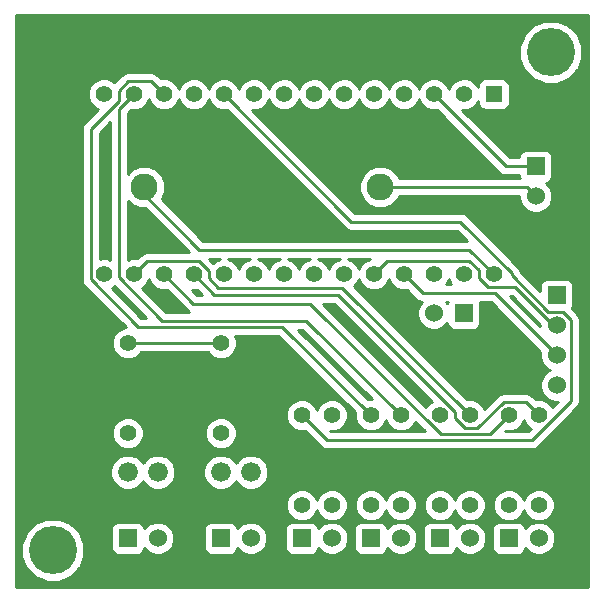
<source format=gtl>
G04 (created by PCBNEW (22-Jun-2014 BZR 4027)-stable) date fr. 16. jan. 2015 kl. 19.54 +0100*
%MOIN*%
G04 Gerber Fmt 3.4, Leading zero omitted, Abs format*
%FSLAX34Y34*%
G01*
G70*
G90*
G04 APERTURE LIST*
%ADD10C,0.00590551*%
%ADD11C,0.09*%
%ADD12R,0.055X0.055*%
%ADD13C,0.055*%
%ADD14R,0.06X0.06*%
%ADD15C,0.06*%
%ADD16C,0.16*%
%ADD17C,0.066*%
%ADD18C,0.01*%
G04 APERTURE END LIST*
G54D10*
G54D11*
X42944Y-37300D03*
X50818Y-37300D03*
G54D12*
X54600Y-34200D03*
G54D13*
X53600Y-34200D03*
X52600Y-34200D03*
X51600Y-34200D03*
X50600Y-34200D03*
X49600Y-34200D03*
X48600Y-34200D03*
X47600Y-34200D03*
X46600Y-34200D03*
X45600Y-34200D03*
X44600Y-34200D03*
X43600Y-34200D03*
X42600Y-34200D03*
X41600Y-34200D03*
X41600Y-40200D03*
X42600Y-40200D03*
X43600Y-40200D03*
X44600Y-40200D03*
X45600Y-40200D03*
X46600Y-40200D03*
X47600Y-40200D03*
X48600Y-40200D03*
X49600Y-40200D03*
X50600Y-40200D03*
X51600Y-40200D03*
X52600Y-40200D03*
X53600Y-40200D03*
X54600Y-40200D03*
X49200Y-44900D03*
X49200Y-47900D03*
X48200Y-44900D03*
X48200Y-47900D03*
G54D14*
X48200Y-49000D03*
G54D15*
X49200Y-49000D03*
G54D13*
X51500Y-44900D03*
X51500Y-47900D03*
X50500Y-44900D03*
X50500Y-47900D03*
G54D14*
X56000Y-36600D03*
G54D15*
X56000Y-37600D03*
G54D14*
X50500Y-49000D03*
G54D15*
X51500Y-49000D03*
G54D16*
X39900Y-49400D03*
G54D13*
X55100Y-44900D03*
X55100Y-47900D03*
X42400Y-42500D03*
X42400Y-45500D03*
X53800Y-44900D03*
X53800Y-47900D03*
X52800Y-44900D03*
X52800Y-47900D03*
G54D14*
X55100Y-49000D03*
G54D15*
X56100Y-49000D03*
G54D14*
X52800Y-49000D03*
G54D15*
X53800Y-49000D03*
G54D13*
X45500Y-42500D03*
X45500Y-45500D03*
X56100Y-44900D03*
X56100Y-47900D03*
G54D17*
X43400Y-46800D03*
X42400Y-46800D03*
X46500Y-46800D03*
X45500Y-46800D03*
G54D14*
X42400Y-49000D03*
G54D15*
X43400Y-49000D03*
G54D14*
X45500Y-49000D03*
G54D15*
X46500Y-49000D03*
G54D16*
X56500Y-32800D03*
G54D14*
X56700Y-40900D03*
G54D15*
X56700Y-41900D03*
X56700Y-42900D03*
X56700Y-43900D03*
G54D14*
X53600Y-41500D03*
G54D15*
X52600Y-41500D03*
G54D18*
X55000Y-36600D02*
X52600Y-34200D01*
X56000Y-36600D02*
X55000Y-36600D01*
X53787Y-39387D02*
X54600Y-40200D01*
X44787Y-39387D02*
X53787Y-39387D01*
X42700Y-37300D02*
X44787Y-39387D01*
X42400Y-42500D02*
X45500Y-42500D01*
X48343Y-41743D02*
X51500Y-44900D01*
X43533Y-41743D02*
X48343Y-41743D01*
X42099Y-40309D02*
X43533Y-41743D01*
X42099Y-34700D02*
X42099Y-40309D01*
X42600Y-34200D02*
X42099Y-34700D01*
X43171Y-33771D02*
X43600Y-34200D01*
X42412Y-33771D02*
X43171Y-33771D01*
X42100Y-34083D02*
X42412Y-33771D01*
X42100Y-34416D02*
X42100Y-34083D01*
X41157Y-35359D02*
X42100Y-34416D01*
X41157Y-40368D02*
X41157Y-35359D01*
X42733Y-41944D02*
X41157Y-40368D01*
X46644Y-41944D02*
X42733Y-41944D01*
X47544Y-41944D02*
X50500Y-44900D01*
X46644Y-41944D02*
X47544Y-41944D01*
X50818Y-37300D02*
X51700Y-37300D01*
X51700Y-37300D02*
X55700Y-37300D01*
X55700Y-37300D02*
X56000Y-37600D01*
X54457Y-45542D02*
X55100Y-44900D01*
X52836Y-45542D02*
X54457Y-45542D01*
X48484Y-41189D02*
X52836Y-45542D01*
X44589Y-41189D02*
X48484Y-41189D01*
X43600Y-40200D02*
X44589Y-41189D01*
X49850Y-38450D02*
X45600Y-34200D01*
X53486Y-38450D02*
X49850Y-38450D01*
X55199Y-40164D02*
X53486Y-38450D01*
X55199Y-40233D02*
X55199Y-40164D01*
X56415Y-41449D02*
X55199Y-40233D01*
X56893Y-41449D02*
X56415Y-41449D01*
X57175Y-41732D02*
X56893Y-41449D01*
X57175Y-44428D02*
X57175Y-41732D01*
X55861Y-45742D02*
X57175Y-44428D01*
X49042Y-45742D02*
X55861Y-45742D01*
X48200Y-44900D02*
X49042Y-45742D01*
X53800Y-44900D02*
X49544Y-40644D01*
X45417Y-40644D02*
X49544Y-40644D01*
X45100Y-40326D02*
X45417Y-40644D01*
X45100Y-40094D02*
X45100Y-40326D01*
X44768Y-39762D02*
X45100Y-40094D01*
X43037Y-39762D02*
X44768Y-39762D01*
X42600Y-40200D02*
X43037Y-39762D01*
X45289Y-40889D02*
X44600Y-40200D01*
X49396Y-40889D02*
X45289Y-40889D01*
X53300Y-44792D02*
X49396Y-40889D01*
X53300Y-45002D02*
X53300Y-44792D01*
X53639Y-45342D02*
X53300Y-45002D01*
X54050Y-45342D02*
X53639Y-45342D01*
X54926Y-44465D02*
X54050Y-45342D01*
X55665Y-44465D02*
X54926Y-44465D01*
X56100Y-44900D02*
X55665Y-44465D01*
X56582Y-41900D02*
X56700Y-41900D01*
X55314Y-40632D02*
X56582Y-41900D01*
X54412Y-40632D02*
X55314Y-40632D01*
X54100Y-40319D02*
X54412Y-40632D01*
X54100Y-40067D02*
X54100Y-40319D01*
X53786Y-39753D02*
X54100Y-40067D01*
X51046Y-39753D02*
X53786Y-39753D01*
X50600Y-40200D02*
X51046Y-39753D01*
X52232Y-40832D02*
X51600Y-40200D01*
X54632Y-40832D02*
X52232Y-40832D01*
X56700Y-42900D02*
X54632Y-40832D01*
G54D10*
G36*
X41799Y-39713D02*
X41787Y-39709D01*
X41704Y-39675D01*
X41689Y-39675D01*
X41675Y-39670D01*
X41585Y-39674D01*
X41496Y-39674D01*
X41482Y-39680D01*
X41467Y-39681D01*
X41457Y-39685D01*
X41457Y-35483D01*
X41799Y-35141D01*
X41799Y-39713D01*
X41799Y-39713D01*
G37*
G54D18*
X41799Y-39713D02*
X41787Y-39709D01*
X41704Y-39675D01*
X41689Y-39675D01*
X41675Y-39670D01*
X41585Y-39674D01*
X41496Y-39674D01*
X41482Y-39680D01*
X41467Y-39681D01*
X41457Y-39685D01*
X41457Y-35483D01*
X41799Y-35141D01*
X41799Y-39713D01*
G54D10*
G36*
X43009Y-41644D02*
X42856Y-41644D01*
X41872Y-40660D01*
X41874Y-40654D01*
X41897Y-40645D01*
X41954Y-40588D01*
X43009Y-41644D01*
X43009Y-41644D01*
G37*
G54D18*
X43009Y-41644D02*
X42856Y-41644D01*
X41872Y-40660D01*
X41874Y-40654D01*
X41897Y-40645D01*
X41954Y-40588D01*
X43009Y-41644D01*
G54D10*
G36*
X44438Y-39462D02*
X43037Y-39462D01*
X42922Y-39485D01*
X42825Y-39550D01*
X42700Y-39675D01*
X42496Y-39674D01*
X42399Y-39714D01*
X42399Y-37745D01*
X42547Y-37893D01*
X42804Y-37999D01*
X42975Y-38000D01*
X44438Y-39462D01*
X44438Y-39462D01*
G37*
G54D18*
X44438Y-39462D02*
X43037Y-39462D01*
X42922Y-39485D01*
X42825Y-39550D01*
X42700Y-39675D01*
X42496Y-39674D01*
X42399Y-39714D01*
X42399Y-37745D01*
X42547Y-37893D01*
X42804Y-37999D01*
X42975Y-38000D01*
X44438Y-39462D01*
G54D10*
G36*
X44440Y-41443D02*
X43658Y-41443D01*
X42870Y-40656D01*
X42897Y-40645D01*
X43044Y-40497D01*
X43100Y-40364D01*
X43154Y-40497D01*
X43302Y-40644D01*
X43495Y-40724D01*
X43700Y-40725D01*
X44377Y-41401D01*
X44377Y-41401D01*
X44440Y-41443D01*
X44440Y-41443D01*
G37*
G54D18*
X44440Y-41443D02*
X43658Y-41443D01*
X42870Y-40656D01*
X42897Y-40645D01*
X43044Y-40497D01*
X43100Y-40364D01*
X43154Y-40497D01*
X43302Y-40644D01*
X43495Y-40724D01*
X43700Y-40725D01*
X44377Y-41401D01*
X44377Y-41401D01*
X44440Y-41443D01*
G54D10*
G36*
X44865Y-40889D02*
X44713Y-40889D01*
X44549Y-40724D01*
X44700Y-40725D01*
X44865Y-40889D01*
X44865Y-40889D01*
G37*
G54D18*
X44865Y-40889D02*
X44713Y-40889D01*
X44549Y-40724D01*
X44700Y-40725D01*
X44865Y-40889D01*
G54D10*
G36*
X45464Y-39687D02*
X45303Y-39754D01*
X45243Y-39813D01*
X45117Y-39687D01*
X45464Y-39687D01*
X45464Y-39687D01*
G37*
G54D18*
X45464Y-39687D02*
X45303Y-39754D01*
X45243Y-39813D01*
X45117Y-39687D01*
X45464Y-39687D01*
G54D10*
G36*
X46464Y-39687D02*
X46303Y-39754D01*
X46155Y-39902D01*
X46099Y-40035D01*
X46045Y-39903D01*
X45897Y-39755D01*
X45735Y-39687D01*
X46464Y-39687D01*
X46464Y-39687D01*
G37*
G54D18*
X46464Y-39687D02*
X46303Y-39754D01*
X46155Y-39902D01*
X46099Y-40035D01*
X46045Y-39903D01*
X45897Y-39755D01*
X45735Y-39687D01*
X46464Y-39687D01*
G54D10*
G36*
X47464Y-39687D02*
X47303Y-39754D01*
X47155Y-39902D01*
X47099Y-40035D01*
X47045Y-39903D01*
X46897Y-39755D01*
X46735Y-39687D01*
X47464Y-39687D01*
X47464Y-39687D01*
G37*
G54D18*
X47464Y-39687D02*
X47303Y-39754D01*
X47155Y-39902D01*
X47099Y-40035D01*
X47045Y-39903D01*
X46897Y-39755D01*
X46735Y-39687D01*
X47464Y-39687D01*
G54D10*
G36*
X48464Y-39687D02*
X48303Y-39754D01*
X48155Y-39902D01*
X48099Y-40035D01*
X48045Y-39903D01*
X47897Y-39755D01*
X47735Y-39687D01*
X48464Y-39687D01*
X48464Y-39687D01*
G37*
G54D18*
X48464Y-39687D02*
X48303Y-39754D01*
X48155Y-39902D01*
X48099Y-40035D01*
X48045Y-39903D01*
X47897Y-39755D01*
X47735Y-39687D01*
X48464Y-39687D01*
G54D10*
G36*
X49464Y-39687D02*
X49303Y-39754D01*
X49155Y-39902D01*
X49099Y-40035D01*
X49045Y-39903D01*
X48897Y-39755D01*
X48735Y-39687D01*
X49464Y-39687D01*
X49464Y-39687D01*
G37*
G54D18*
X49464Y-39687D02*
X49303Y-39754D01*
X49155Y-39902D01*
X49099Y-40035D01*
X49045Y-39903D01*
X48897Y-39755D01*
X48735Y-39687D01*
X49464Y-39687D01*
G54D10*
G36*
X50464Y-39687D02*
X50303Y-39754D01*
X50155Y-39902D01*
X50099Y-40035D01*
X50045Y-39903D01*
X49897Y-39755D01*
X49735Y-39687D01*
X50464Y-39687D01*
X50464Y-39687D01*
G37*
G54D18*
X50464Y-39687D02*
X50303Y-39754D01*
X50155Y-39902D01*
X50099Y-40035D01*
X50045Y-39903D01*
X49897Y-39755D01*
X49735Y-39687D01*
X50464Y-39687D01*
G54D10*
G36*
X50550Y-44375D02*
X50399Y-44374D01*
X48068Y-42043D01*
X48219Y-42043D01*
X50550Y-44375D01*
X50550Y-44375D01*
G37*
G54D18*
X50550Y-44375D02*
X50399Y-44374D01*
X48068Y-42043D01*
X48219Y-42043D01*
X50550Y-44375D01*
G54D10*
G36*
X52527Y-44444D02*
X52503Y-44454D01*
X52355Y-44602D01*
X52345Y-44626D01*
X48908Y-41189D01*
X49272Y-41189D01*
X52527Y-44444D01*
X52527Y-44444D01*
G37*
G54D18*
X52527Y-44444D02*
X52503Y-44454D01*
X52355Y-44602D01*
X52345Y-44626D01*
X48908Y-41189D01*
X49272Y-41189D01*
X52527Y-44444D01*
G54D10*
G36*
X53057Y-41132D02*
X53050Y-41150D01*
X53050Y-41172D01*
X53010Y-41132D01*
X53057Y-41132D01*
X53057Y-41132D01*
G37*
G54D18*
X53057Y-41132D02*
X53050Y-41150D01*
X53050Y-41172D01*
X53010Y-41132D01*
X53057Y-41132D01*
G54D10*
G36*
X53189Y-40532D02*
X53010Y-40532D01*
X53044Y-40497D01*
X53100Y-40364D01*
X53154Y-40497D01*
X53189Y-40532D01*
X53189Y-40532D01*
G37*
G54D18*
X53189Y-40532D02*
X53010Y-40532D01*
X53044Y-40497D01*
X53100Y-40364D01*
X53154Y-40497D01*
X53189Y-40532D01*
G54D10*
G36*
X53699Y-39087D02*
X44912Y-39087D01*
X43529Y-37704D01*
X43537Y-37697D01*
X43643Y-37439D01*
X43644Y-37161D01*
X43537Y-36904D01*
X43341Y-36706D01*
X43083Y-36600D01*
X42805Y-36599D01*
X42548Y-36706D01*
X42399Y-36854D01*
X42399Y-34824D01*
X42499Y-34724D01*
X42703Y-34725D01*
X42897Y-34645D01*
X43044Y-34497D01*
X43100Y-34364D01*
X43154Y-34497D01*
X43302Y-34644D01*
X43495Y-34724D01*
X43703Y-34725D01*
X43897Y-34645D01*
X44044Y-34497D01*
X44100Y-34364D01*
X44154Y-34497D01*
X44302Y-34644D01*
X44495Y-34724D01*
X44703Y-34725D01*
X44897Y-34645D01*
X45044Y-34497D01*
X45100Y-34364D01*
X45154Y-34497D01*
X45302Y-34644D01*
X45495Y-34724D01*
X45700Y-34725D01*
X49638Y-38662D01*
X49638Y-38662D01*
X49735Y-38727D01*
X49850Y-38750D01*
X49850Y-38750D01*
X53362Y-38750D01*
X53699Y-39087D01*
X53699Y-39087D01*
G37*
G54D18*
X53699Y-39087D02*
X44912Y-39087D01*
X43529Y-37704D01*
X43537Y-37697D01*
X43643Y-37439D01*
X43644Y-37161D01*
X43537Y-36904D01*
X43341Y-36706D01*
X43083Y-36600D01*
X42805Y-36599D01*
X42548Y-36706D01*
X42399Y-36854D01*
X42399Y-34824D01*
X42499Y-34724D01*
X42703Y-34725D01*
X42897Y-34645D01*
X43044Y-34497D01*
X43100Y-34364D01*
X43154Y-34497D01*
X43302Y-34644D01*
X43495Y-34724D01*
X43703Y-34725D01*
X43897Y-34645D01*
X44044Y-34497D01*
X44100Y-34364D01*
X44154Y-34497D01*
X44302Y-34644D01*
X44495Y-34724D01*
X44703Y-34725D01*
X44897Y-34645D01*
X45044Y-34497D01*
X45100Y-34364D01*
X45154Y-34497D01*
X45302Y-34644D01*
X45495Y-34724D01*
X45700Y-34725D01*
X49638Y-38662D01*
X49638Y-38662D01*
X49735Y-38727D01*
X49850Y-38750D01*
X49850Y-38750D01*
X53362Y-38750D01*
X53699Y-39087D01*
G54D10*
G36*
X55825Y-45354D02*
X55737Y-45442D01*
X54982Y-45442D01*
X54999Y-45424D01*
X55203Y-45425D01*
X55397Y-45345D01*
X55544Y-45197D01*
X55600Y-45064D01*
X55654Y-45197D01*
X55802Y-45344D01*
X55825Y-45354D01*
X55825Y-45354D01*
G37*
G54D18*
X55825Y-45354D02*
X55737Y-45442D01*
X54982Y-45442D01*
X54999Y-45424D01*
X55203Y-45425D01*
X55397Y-45345D01*
X55544Y-45197D01*
X55600Y-45064D01*
X55654Y-45197D01*
X55802Y-45344D01*
X55825Y-45354D01*
G54D10*
G36*
X56150Y-41891D02*
X56149Y-41925D01*
X55156Y-40932D01*
X55190Y-40932D01*
X56150Y-41891D01*
X56150Y-41891D01*
G37*
G54D18*
X56150Y-41891D02*
X56149Y-41925D01*
X55156Y-40932D01*
X55190Y-40932D01*
X56150Y-41891D01*
G54D10*
G36*
X56729Y-44450D02*
X56554Y-44625D01*
X56545Y-44603D01*
X56397Y-44455D01*
X56204Y-44375D01*
X55999Y-44374D01*
X55877Y-44253D01*
X55780Y-44188D01*
X55665Y-44165D01*
X54926Y-44165D01*
X54812Y-44188D01*
X54714Y-44253D01*
X54280Y-44687D01*
X54245Y-44603D01*
X54097Y-44455D01*
X53904Y-44375D01*
X53699Y-44374D01*
X49933Y-40609D01*
X50044Y-40497D01*
X50100Y-40364D01*
X50154Y-40497D01*
X50302Y-40644D01*
X50495Y-40724D01*
X50703Y-40725D01*
X50897Y-40645D01*
X51044Y-40497D01*
X51100Y-40364D01*
X51154Y-40497D01*
X51302Y-40644D01*
X51495Y-40724D01*
X51700Y-40725D01*
X52020Y-41044D01*
X52020Y-41044D01*
X52117Y-41109D01*
X52196Y-41125D01*
X52134Y-41188D01*
X52050Y-41390D01*
X52049Y-41608D01*
X52133Y-41811D01*
X52288Y-41965D01*
X52490Y-42049D01*
X52708Y-42050D01*
X52911Y-41966D01*
X53049Y-41827D01*
X53049Y-41849D01*
X53087Y-41941D01*
X53158Y-42011D01*
X53250Y-42049D01*
X53349Y-42050D01*
X53949Y-42050D01*
X54041Y-42012D01*
X54111Y-41941D01*
X54149Y-41849D01*
X54150Y-41750D01*
X54150Y-41150D01*
X54142Y-41132D01*
X54508Y-41132D01*
X56154Y-42778D01*
X56150Y-42790D01*
X56149Y-43008D01*
X56233Y-43211D01*
X56388Y-43365D01*
X56469Y-43399D01*
X56388Y-43433D01*
X56234Y-43588D01*
X56150Y-43790D01*
X56149Y-44008D01*
X56233Y-44211D01*
X56388Y-44365D01*
X56590Y-44449D01*
X56729Y-44450D01*
X56729Y-44450D01*
G37*
G54D18*
X56729Y-44450D02*
X56554Y-44625D01*
X56545Y-44603D01*
X56397Y-44455D01*
X56204Y-44375D01*
X55999Y-44374D01*
X55877Y-44253D01*
X55780Y-44188D01*
X55665Y-44165D01*
X54926Y-44165D01*
X54812Y-44188D01*
X54714Y-44253D01*
X54280Y-44687D01*
X54245Y-44603D01*
X54097Y-44455D01*
X53904Y-44375D01*
X53699Y-44374D01*
X49933Y-40609D01*
X50044Y-40497D01*
X50100Y-40364D01*
X50154Y-40497D01*
X50302Y-40644D01*
X50495Y-40724D01*
X50703Y-40725D01*
X50897Y-40645D01*
X51044Y-40497D01*
X51100Y-40364D01*
X51154Y-40497D01*
X51302Y-40644D01*
X51495Y-40724D01*
X51700Y-40725D01*
X52020Y-41044D01*
X52020Y-41044D01*
X52117Y-41109D01*
X52196Y-41125D01*
X52134Y-41188D01*
X52050Y-41390D01*
X52049Y-41608D01*
X52133Y-41811D01*
X52288Y-41965D01*
X52490Y-42049D01*
X52708Y-42050D01*
X52911Y-41966D01*
X53049Y-41827D01*
X53049Y-41849D01*
X53087Y-41941D01*
X53158Y-42011D01*
X53250Y-42049D01*
X53349Y-42050D01*
X53949Y-42050D01*
X54041Y-42012D01*
X54111Y-41941D01*
X54149Y-41849D01*
X54150Y-41750D01*
X54150Y-41150D01*
X54142Y-41132D01*
X54508Y-41132D01*
X56154Y-42778D01*
X56150Y-42790D01*
X56149Y-43008D01*
X56233Y-43211D01*
X56388Y-43365D01*
X56469Y-43399D01*
X56388Y-43433D01*
X56234Y-43588D01*
X56150Y-43790D01*
X56149Y-44008D01*
X56233Y-44211D01*
X56388Y-44365D01*
X56590Y-44449D01*
X56729Y-44450D01*
G54D10*
G36*
X57730Y-50630D02*
X57551Y-50630D01*
X57551Y-33001D01*
X57550Y-32796D01*
X57550Y-32592D01*
X57548Y-32587D01*
X57548Y-32583D01*
X57394Y-32211D01*
X57392Y-32210D01*
X57390Y-32206D01*
X57095Y-31910D01*
X57089Y-31907D01*
X57088Y-31905D01*
X56898Y-31828D01*
X56709Y-31750D01*
X56705Y-31750D01*
X56701Y-31748D01*
X56496Y-31749D01*
X56292Y-31749D01*
X56287Y-31751D01*
X56283Y-31751D01*
X55911Y-31905D01*
X55910Y-31907D01*
X55906Y-31909D01*
X55610Y-32204D01*
X55607Y-32210D01*
X55605Y-32211D01*
X55528Y-32401D01*
X55450Y-32590D01*
X55450Y-32594D01*
X55448Y-32598D01*
X55449Y-32803D01*
X55449Y-33007D01*
X55451Y-33012D01*
X55451Y-33016D01*
X55605Y-33388D01*
X55607Y-33389D01*
X55609Y-33394D01*
X55904Y-33689D01*
X55910Y-33692D01*
X55911Y-33694D01*
X56101Y-33771D01*
X56290Y-33849D01*
X56294Y-33849D01*
X56298Y-33851D01*
X56503Y-33850D01*
X56707Y-33850D01*
X56712Y-33848D01*
X56716Y-33848D01*
X57088Y-33694D01*
X57089Y-33692D01*
X57094Y-33690D01*
X57389Y-33395D01*
X57392Y-33389D01*
X57394Y-33388D01*
X57471Y-33198D01*
X57549Y-33009D01*
X57549Y-33005D01*
X57551Y-33001D01*
X57551Y-50630D01*
X57475Y-50630D01*
X57475Y-44428D01*
X57475Y-41732D01*
X57452Y-41617D01*
X57387Y-41520D01*
X57387Y-41520D01*
X57210Y-41342D01*
X57211Y-41341D01*
X57249Y-41249D01*
X57250Y-41150D01*
X57250Y-40550D01*
X57212Y-40458D01*
X57141Y-40388D01*
X57049Y-40350D01*
X56950Y-40349D01*
X56350Y-40349D01*
X56258Y-40387D01*
X56188Y-40458D01*
X56150Y-40550D01*
X56149Y-40649D01*
X56149Y-40759D01*
X55486Y-40096D01*
X55476Y-40049D01*
X55476Y-40049D01*
X55411Y-39951D01*
X53698Y-38238D01*
X53601Y-38173D01*
X53486Y-38150D01*
X49974Y-38150D01*
X46549Y-34724D01*
X46703Y-34725D01*
X46897Y-34645D01*
X47044Y-34497D01*
X47097Y-34371D01*
X47139Y-34472D01*
X47145Y-34474D01*
X47154Y-34497D01*
X47302Y-34644D01*
X47325Y-34654D01*
X47327Y-34660D01*
X47412Y-34690D01*
X47495Y-34724D01*
X47510Y-34724D01*
X47524Y-34729D01*
X47614Y-34725D01*
X47703Y-34725D01*
X47717Y-34719D01*
X47732Y-34718D01*
X47872Y-34660D01*
X47874Y-34654D01*
X47897Y-34645D01*
X48044Y-34497D01*
X48054Y-34474D01*
X48060Y-34472D01*
X48090Y-34387D01*
X48097Y-34371D01*
X48139Y-34472D01*
X48145Y-34474D01*
X48154Y-34497D01*
X48302Y-34644D01*
X48325Y-34654D01*
X48327Y-34660D01*
X48412Y-34690D01*
X48495Y-34724D01*
X48510Y-34724D01*
X48524Y-34729D01*
X48614Y-34725D01*
X48703Y-34725D01*
X48717Y-34719D01*
X48732Y-34718D01*
X48872Y-34660D01*
X48874Y-34654D01*
X48897Y-34645D01*
X49044Y-34497D01*
X49054Y-34474D01*
X49060Y-34472D01*
X49090Y-34387D01*
X49097Y-34371D01*
X49139Y-34472D01*
X49145Y-34474D01*
X49154Y-34497D01*
X49302Y-34644D01*
X49325Y-34654D01*
X49327Y-34660D01*
X49412Y-34690D01*
X49495Y-34724D01*
X49510Y-34724D01*
X49524Y-34729D01*
X49614Y-34725D01*
X49703Y-34725D01*
X49717Y-34719D01*
X49732Y-34718D01*
X49872Y-34660D01*
X49874Y-34654D01*
X49897Y-34645D01*
X50044Y-34497D01*
X50054Y-34474D01*
X50060Y-34472D01*
X50090Y-34387D01*
X50097Y-34371D01*
X50139Y-34472D01*
X50145Y-34474D01*
X50154Y-34497D01*
X50302Y-34644D01*
X50325Y-34654D01*
X50327Y-34660D01*
X50412Y-34690D01*
X50495Y-34724D01*
X50510Y-34724D01*
X50524Y-34729D01*
X50614Y-34725D01*
X50703Y-34725D01*
X50717Y-34719D01*
X50732Y-34718D01*
X50872Y-34660D01*
X50874Y-34654D01*
X50897Y-34645D01*
X51044Y-34497D01*
X51054Y-34474D01*
X51060Y-34472D01*
X51090Y-34387D01*
X51097Y-34371D01*
X51139Y-34472D01*
X51145Y-34474D01*
X51154Y-34497D01*
X51302Y-34644D01*
X51325Y-34654D01*
X51327Y-34660D01*
X51412Y-34690D01*
X51495Y-34724D01*
X51510Y-34724D01*
X51524Y-34729D01*
X51614Y-34725D01*
X51703Y-34725D01*
X51717Y-34719D01*
X51732Y-34718D01*
X51872Y-34660D01*
X51874Y-34654D01*
X51897Y-34645D01*
X52044Y-34497D01*
X52054Y-34474D01*
X52060Y-34472D01*
X52090Y-34387D01*
X52100Y-34364D01*
X52154Y-34497D01*
X52302Y-34644D01*
X52495Y-34724D01*
X52700Y-34725D01*
X54787Y-36812D01*
X54787Y-36812D01*
X54885Y-36877D01*
X54999Y-36899D01*
X55000Y-36900D01*
X55449Y-36900D01*
X55449Y-36949D01*
X55470Y-37000D01*
X51700Y-37000D01*
X51451Y-37000D01*
X51411Y-36904D01*
X51215Y-36706D01*
X50957Y-36600D01*
X50679Y-36599D01*
X50422Y-36706D01*
X50225Y-36902D01*
X50118Y-37160D01*
X50117Y-37438D01*
X50224Y-37696D01*
X50421Y-37893D01*
X50678Y-37999D01*
X50956Y-38000D01*
X51214Y-37893D01*
X51411Y-37697D01*
X51451Y-37600D01*
X51700Y-37600D01*
X55450Y-37600D01*
X55449Y-37708D01*
X55533Y-37911D01*
X55688Y-38065D01*
X55890Y-38149D01*
X56108Y-38150D01*
X56311Y-38066D01*
X56465Y-37911D01*
X56549Y-37709D01*
X56550Y-37491D01*
X56466Y-37288D01*
X56327Y-37150D01*
X56349Y-37150D01*
X56441Y-37112D01*
X56511Y-37041D01*
X56549Y-36949D01*
X56550Y-36850D01*
X56550Y-36250D01*
X56512Y-36158D01*
X56441Y-36088D01*
X56349Y-36050D01*
X56250Y-36049D01*
X55650Y-36049D01*
X55558Y-36087D01*
X55488Y-36158D01*
X55450Y-36250D01*
X55450Y-36300D01*
X55124Y-36300D01*
X53552Y-34728D01*
X53614Y-34725D01*
X53703Y-34725D01*
X53717Y-34719D01*
X53732Y-34718D01*
X53872Y-34660D01*
X53874Y-34654D01*
X53897Y-34645D01*
X54044Y-34497D01*
X54054Y-34474D01*
X54060Y-34472D01*
X54074Y-34431D01*
X54074Y-34524D01*
X54075Y-34524D01*
X54075Y-34524D01*
X54094Y-34570D01*
X54112Y-34616D01*
X54113Y-34616D01*
X54113Y-34616D01*
X54148Y-34651D01*
X54183Y-34686D01*
X54183Y-34686D01*
X54183Y-34687D01*
X54229Y-34705D01*
X54275Y-34724D01*
X54275Y-34724D01*
X54275Y-34725D01*
X54355Y-34725D01*
X54374Y-34725D01*
X54924Y-34725D01*
X55016Y-34687D01*
X55086Y-34616D01*
X55124Y-34524D01*
X55125Y-34425D01*
X55125Y-33974D01*
X55125Y-33875D01*
X55124Y-33875D01*
X55124Y-33875D01*
X55105Y-33829D01*
X55087Y-33783D01*
X55086Y-33783D01*
X55086Y-33783D01*
X55051Y-33748D01*
X55016Y-33713D01*
X55016Y-33713D01*
X55016Y-33712D01*
X54970Y-33694D01*
X54924Y-33675D01*
X54924Y-33675D01*
X54924Y-33674D01*
X54844Y-33674D01*
X54825Y-33674D01*
X54275Y-33674D01*
X54183Y-33712D01*
X54113Y-33783D01*
X54075Y-33875D01*
X54074Y-33962D01*
X54060Y-33927D01*
X54054Y-33925D01*
X54045Y-33903D01*
X53897Y-33755D01*
X53874Y-33745D01*
X53872Y-33739D01*
X53787Y-33709D01*
X53704Y-33675D01*
X53689Y-33675D01*
X53675Y-33670D01*
X53585Y-33674D01*
X53496Y-33674D01*
X53482Y-33680D01*
X53467Y-33681D01*
X53327Y-33739D01*
X53325Y-33745D01*
X53303Y-33754D01*
X53155Y-33902D01*
X53145Y-33925D01*
X53139Y-33927D01*
X53109Y-34012D01*
X53099Y-34035D01*
X53045Y-33903D01*
X52897Y-33755D01*
X52704Y-33675D01*
X52496Y-33674D01*
X52303Y-33754D01*
X52155Y-33902D01*
X52102Y-34028D01*
X52060Y-33927D01*
X52054Y-33925D01*
X52045Y-33903D01*
X51897Y-33755D01*
X51874Y-33745D01*
X51872Y-33739D01*
X51787Y-33709D01*
X51704Y-33675D01*
X51689Y-33675D01*
X51675Y-33670D01*
X51585Y-33674D01*
X51496Y-33674D01*
X51482Y-33680D01*
X51467Y-33681D01*
X51327Y-33739D01*
X51325Y-33745D01*
X51303Y-33754D01*
X51155Y-33902D01*
X51145Y-33925D01*
X51139Y-33927D01*
X51109Y-34012D01*
X51102Y-34028D01*
X51060Y-33927D01*
X51054Y-33925D01*
X51045Y-33903D01*
X50897Y-33755D01*
X50874Y-33745D01*
X50872Y-33739D01*
X50787Y-33709D01*
X50704Y-33675D01*
X50689Y-33675D01*
X50675Y-33670D01*
X50585Y-33674D01*
X50496Y-33674D01*
X50482Y-33680D01*
X50467Y-33681D01*
X50327Y-33739D01*
X50325Y-33745D01*
X50303Y-33754D01*
X50155Y-33902D01*
X50145Y-33925D01*
X50139Y-33927D01*
X50109Y-34012D01*
X50102Y-34028D01*
X50060Y-33927D01*
X50054Y-33925D01*
X50045Y-33903D01*
X49897Y-33755D01*
X49874Y-33745D01*
X49872Y-33739D01*
X49787Y-33709D01*
X49704Y-33675D01*
X49689Y-33675D01*
X49675Y-33670D01*
X49585Y-33674D01*
X49496Y-33674D01*
X49482Y-33680D01*
X49467Y-33681D01*
X49327Y-33739D01*
X49325Y-33745D01*
X49303Y-33754D01*
X49155Y-33902D01*
X49145Y-33925D01*
X49139Y-33927D01*
X49109Y-34012D01*
X49102Y-34028D01*
X49060Y-33927D01*
X49054Y-33925D01*
X49045Y-33903D01*
X48897Y-33755D01*
X48874Y-33745D01*
X48872Y-33739D01*
X48787Y-33709D01*
X48704Y-33675D01*
X48689Y-33675D01*
X48675Y-33670D01*
X48585Y-33674D01*
X48496Y-33674D01*
X48482Y-33680D01*
X48467Y-33681D01*
X48327Y-33739D01*
X48325Y-33745D01*
X48303Y-33754D01*
X48155Y-33902D01*
X48145Y-33925D01*
X48139Y-33927D01*
X48109Y-34012D01*
X48102Y-34028D01*
X48060Y-33927D01*
X48054Y-33925D01*
X48045Y-33903D01*
X47897Y-33755D01*
X47874Y-33745D01*
X47872Y-33739D01*
X47787Y-33709D01*
X47704Y-33675D01*
X47689Y-33675D01*
X47675Y-33670D01*
X47585Y-33674D01*
X47496Y-33674D01*
X47482Y-33680D01*
X47467Y-33681D01*
X47327Y-33739D01*
X47325Y-33745D01*
X47303Y-33754D01*
X47155Y-33902D01*
X47145Y-33925D01*
X47139Y-33927D01*
X47109Y-34012D01*
X47099Y-34035D01*
X47045Y-33903D01*
X46897Y-33755D01*
X46704Y-33675D01*
X46496Y-33674D01*
X46303Y-33754D01*
X46155Y-33902D01*
X46099Y-34035D01*
X46045Y-33903D01*
X45897Y-33755D01*
X45704Y-33675D01*
X45496Y-33674D01*
X45303Y-33754D01*
X45155Y-33902D01*
X45099Y-34035D01*
X45045Y-33903D01*
X44897Y-33755D01*
X44704Y-33675D01*
X44496Y-33674D01*
X44303Y-33754D01*
X44155Y-33902D01*
X44099Y-34035D01*
X44045Y-33903D01*
X43897Y-33755D01*
X43704Y-33675D01*
X43499Y-33674D01*
X43383Y-33559D01*
X43286Y-33493D01*
X43171Y-33471D01*
X42412Y-33471D01*
X42412Y-33471D01*
X42297Y-33493D01*
X42200Y-33558D01*
X41950Y-33808D01*
X41897Y-33755D01*
X41704Y-33675D01*
X41496Y-33674D01*
X41303Y-33754D01*
X41155Y-33902D01*
X41075Y-34095D01*
X41074Y-34303D01*
X41154Y-34497D01*
X41302Y-34644D01*
X41405Y-34687D01*
X40945Y-35147D01*
X40880Y-35244D01*
X40857Y-35359D01*
X40857Y-40368D01*
X40880Y-40483D01*
X40945Y-40581D01*
X42339Y-41974D01*
X42296Y-41974D01*
X42103Y-42054D01*
X41955Y-42202D01*
X41875Y-42395D01*
X41874Y-42603D01*
X41954Y-42797D01*
X42102Y-42944D01*
X42295Y-43024D01*
X42503Y-43025D01*
X42697Y-42945D01*
X42842Y-42800D01*
X45057Y-42800D01*
X45202Y-42944D01*
X45395Y-43024D01*
X45603Y-43025D01*
X45797Y-42945D01*
X45944Y-42797D01*
X46024Y-42604D01*
X46025Y-42396D01*
X45962Y-42244D01*
X46644Y-42244D01*
X47419Y-42244D01*
X49975Y-44799D01*
X49974Y-45003D01*
X50054Y-45197D01*
X50202Y-45344D01*
X50395Y-45424D01*
X50603Y-45425D01*
X50797Y-45345D01*
X50944Y-45197D01*
X51000Y-45064D01*
X51054Y-45197D01*
X51202Y-45344D01*
X51395Y-45424D01*
X51603Y-45425D01*
X51797Y-45345D01*
X51944Y-45197D01*
X51981Y-45110D01*
X52312Y-45442D01*
X49166Y-45442D01*
X49149Y-45424D01*
X49303Y-45425D01*
X49497Y-45345D01*
X49644Y-45197D01*
X49724Y-45004D01*
X49725Y-44796D01*
X49645Y-44603D01*
X49497Y-44455D01*
X49304Y-44375D01*
X49096Y-44374D01*
X48903Y-44454D01*
X48755Y-44602D01*
X48699Y-44735D01*
X48645Y-44603D01*
X48497Y-44455D01*
X48304Y-44375D01*
X48096Y-44374D01*
X47903Y-44454D01*
X47755Y-44602D01*
X47675Y-44795D01*
X47674Y-45003D01*
X47754Y-45197D01*
X47902Y-45344D01*
X48095Y-45424D01*
X48300Y-45425D01*
X48830Y-45954D01*
X48927Y-46019D01*
X49042Y-46042D01*
X55861Y-46042D01*
X55861Y-46042D01*
X55976Y-46019D01*
X55976Y-46019D01*
X56073Y-45954D01*
X57387Y-44640D01*
X57452Y-44542D01*
X57452Y-44542D01*
X57475Y-44428D01*
X57475Y-44428D01*
X57475Y-50630D01*
X56650Y-50630D01*
X56650Y-48891D01*
X56625Y-48830D01*
X56625Y-47796D01*
X56545Y-47603D01*
X56397Y-47455D01*
X56204Y-47375D01*
X55996Y-47374D01*
X55803Y-47454D01*
X55655Y-47602D01*
X55599Y-47735D01*
X55545Y-47603D01*
X55397Y-47455D01*
X55204Y-47375D01*
X54996Y-47374D01*
X54803Y-47454D01*
X54655Y-47602D01*
X54575Y-47795D01*
X54574Y-48003D01*
X54654Y-48197D01*
X54802Y-48344D01*
X54995Y-48424D01*
X55203Y-48425D01*
X55397Y-48345D01*
X55544Y-48197D01*
X55600Y-48064D01*
X55654Y-48197D01*
X55802Y-48344D01*
X55995Y-48424D01*
X56203Y-48425D01*
X56397Y-48345D01*
X56544Y-48197D01*
X56624Y-48004D01*
X56625Y-47796D01*
X56625Y-48830D01*
X56566Y-48688D01*
X56411Y-48534D01*
X56209Y-48450D01*
X55991Y-48449D01*
X55788Y-48533D01*
X55650Y-48672D01*
X55650Y-48650D01*
X55612Y-48558D01*
X55541Y-48488D01*
X55449Y-48450D01*
X55350Y-48449D01*
X54750Y-48449D01*
X54658Y-48487D01*
X54588Y-48558D01*
X54550Y-48650D01*
X54549Y-48749D01*
X54549Y-49349D01*
X54587Y-49441D01*
X54658Y-49511D01*
X54750Y-49549D01*
X54849Y-49550D01*
X55449Y-49550D01*
X55541Y-49512D01*
X55611Y-49441D01*
X55649Y-49349D01*
X55649Y-49327D01*
X55788Y-49465D01*
X55990Y-49549D01*
X56208Y-49550D01*
X56411Y-49466D01*
X56565Y-49311D01*
X56649Y-49109D01*
X56650Y-48891D01*
X56650Y-50630D01*
X54350Y-50630D01*
X54350Y-48891D01*
X54325Y-48830D01*
X54325Y-47796D01*
X54245Y-47603D01*
X54097Y-47455D01*
X53904Y-47375D01*
X53696Y-47374D01*
X53503Y-47454D01*
X53355Y-47602D01*
X53299Y-47735D01*
X53245Y-47603D01*
X53097Y-47455D01*
X52904Y-47375D01*
X52696Y-47374D01*
X52503Y-47454D01*
X52355Y-47602D01*
X52275Y-47795D01*
X52274Y-48003D01*
X52354Y-48197D01*
X52502Y-48344D01*
X52695Y-48424D01*
X52903Y-48425D01*
X53097Y-48345D01*
X53244Y-48197D01*
X53300Y-48064D01*
X53354Y-48197D01*
X53502Y-48344D01*
X53695Y-48424D01*
X53903Y-48425D01*
X54097Y-48345D01*
X54244Y-48197D01*
X54324Y-48004D01*
X54325Y-47796D01*
X54325Y-48830D01*
X54266Y-48688D01*
X54111Y-48534D01*
X53909Y-48450D01*
X53691Y-48449D01*
X53488Y-48533D01*
X53350Y-48672D01*
X53350Y-48650D01*
X53312Y-48558D01*
X53241Y-48488D01*
X53149Y-48450D01*
X53050Y-48449D01*
X52450Y-48449D01*
X52358Y-48487D01*
X52288Y-48558D01*
X52250Y-48650D01*
X52249Y-48749D01*
X52249Y-49349D01*
X52287Y-49441D01*
X52358Y-49511D01*
X52450Y-49549D01*
X52549Y-49550D01*
X53149Y-49550D01*
X53241Y-49512D01*
X53311Y-49441D01*
X53349Y-49349D01*
X53349Y-49327D01*
X53488Y-49465D01*
X53690Y-49549D01*
X53908Y-49550D01*
X54111Y-49466D01*
X54265Y-49311D01*
X54349Y-49109D01*
X54350Y-48891D01*
X54350Y-50630D01*
X52050Y-50630D01*
X52050Y-48891D01*
X52025Y-48830D01*
X52025Y-47796D01*
X51945Y-47603D01*
X51797Y-47455D01*
X51604Y-47375D01*
X51396Y-47374D01*
X51203Y-47454D01*
X51055Y-47602D01*
X50999Y-47735D01*
X50945Y-47603D01*
X50797Y-47455D01*
X50604Y-47375D01*
X50396Y-47374D01*
X50203Y-47454D01*
X50055Y-47602D01*
X49975Y-47795D01*
X49974Y-48003D01*
X50054Y-48197D01*
X50202Y-48344D01*
X50395Y-48424D01*
X50603Y-48425D01*
X50797Y-48345D01*
X50944Y-48197D01*
X51000Y-48064D01*
X51054Y-48197D01*
X51202Y-48344D01*
X51395Y-48424D01*
X51603Y-48425D01*
X51797Y-48345D01*
X51944Y-48197D01*
X52024Y-48004D01*
X52025Y-47796D01*
X52025Y-48830D01*
X51966Y-48688D01*
X51811Y-48534D01*
X51609Y-48450D01*
X51391Y-48449D01*
X51188Y-48533D01*
X51050Y-48672D01*
X51050Y-48650D01*
X51012Y-48558D01*
X50941Y-48488D01*
X50849Y-48450D01*
X50750Y-48449D01*
X50150Y-48449D01*
X50058Y-48487D01*
X49988Y-48558D01*
X49950Y-48650D01*
X49949Y-48749D01*
X49949Y-49349D01*
X49987Y-49441D01*
X50058Y-49511D01*
X50150Y-49549D01*
X50249Y-49550D01*
X50849Y-49550D01*
X50941Y-49512D01*
X51011Y-49441D01*
X51049Y-49349D01*
X51049Y-49327D01*
X51188Y-49465D01*
X51390Y-49549D01*
X51608Y-49550D01*
X51811Y-49466D01*
X51965Y-49311D01*
X52049Y-49109D01*
X52050Y-48891D01*
X52050Y-50630D01*
X49750Y-50630D01*
X49750Y-48891D01*
X49725Y-48830D01*
X49725Y-47796D01*
X49645Y-47603D01*
X49497Y-47455D01*
X49304Y-47375D01*
X49096Y-47374D01*
X48903Y-47454D01*
X48755Y-47602D01*
X48699Y-47735D01*
X48645Y-47603D01*
X48497Y-47455D01*
X48304Y-47375D01*
X48096Y-47374D01*
X47903Y-47454D01*
X47755Y-47602D01*
X47675Y-47795D01*
X47674Y-48003D01*
X47754Y-48197D01*
X47902Y-48344D01*
X48095Y-48424D01*
X48303Y-48425D01*
X48497Y-48345D01*
X48644Y-48197D01*
X48700Y-48064D01*
X48754Y-48197D01*
X48902Y-48344D01*
X49095Y-48424D01*
X49303Y-48425D01*
X49497Y-48345D01*
X49644Y-48197D01*
X49724Y-48004D01*
X49725Y-47796D01*
X49725Y-48830D01*
X49666Y-48688D01*
X49511Y-48534D01*
X49309Y-48450D01*
X49091Y-48449D01*
X48888Y-48533D01*
X48750Y-48672D01*
X48750Y-48650D01*
X48712Y-48558D01*
X48641Y-48488D01*
X48549Y-48450D01*
X48450Y-48449D01*
X47850Y-48449D01*
X47758Y-48487D01*
X47688Y-48558D01*
X47650Y-48650D01*
X47649Y-48749D01*
X47649Y-49349D01*
X47687Y-49441D01*
X47758Y-49511D01*
X47850Y-49549D01*
X47949Y-49550D01*
X48549Y-49550D01*
X48641Y-49512D01*
X48711Y-49441D01*
X48749Y-49349D01*
X48749Y-49327D01*
X48888Y-49465D01*
X49090Y-49549D01*
X49308Y-49550D01*
X49511Y-49466D01*
X49665Y-49311D01*
X49749Y-49109D01*
X49750Y-48891D01*
X49750Y-50630D01*
X47080Y-50630D01*
X47080Y-46685D01*
X46991Y-46471D01*
X46828Y-46308D01*
X46615Y-46220D01*
X46385Y-46219D01*
X46171Y-46308D01*
X46025Y-46454D01*
X46025Y-45396D01*
X45945Y-45203D01*
X45797Y-45055D01*
X45604Y-44975D01*
X45396Y-44974D01*
X45203Y-45054D01*
X45055Y-45202D01*
X44975Y-45395D01*
X44974Y-45603D01*
X45054Y-45797D01*
X45202Y-45944D01*
X45395Y-46024D01*
X45603Y-46025D01*
X45797Y-45945D01*
X45944Y-45797D01*
X46024Y-45604D01*
X46025Y-45396D01*
X46025Y-46454D01*
X46008Y-46471D01*
X46000Y-46491D01*
X45991Y-46471D01*
X45828Y-46308D01*
X45615Y-46220D01*
X45385Y-46219D01*
X45171Y-46308D01*
X45008Y-46471D01*
X44920Y-46684D01*
X44919Y-46914D01*
X45008Y-47128D01*
X45171Y-47291D01*
X45384Y-47379D01*
X45614Y-47380D01*
X45828Y-47291D01*
X45991Y-47128D01*
X45999Y-47108D01*
X46008Y-47128D01*
X46171Y-47291D01*
X46384Y-47379D01*
X46614Y-47380D01*
X46828Y-47291D01*
X46991Y-47128D01*
X47079Y-46915D01*
X47080Y-46685D01*
X47080Y-50630D01*
X47050Y-50630D01*
X47050Y-48891D01*
X46966Y-48688D01*
X46811Y-48534D01*
X46609Y-48450D01*
X46391Y-48449D01*
X46188Y-48533D01*
X46050Y-48672D01*
X46050Y-48650D01*
X46012Y-48558D01*
X45941Y-48488D01*
X45849Y-48450D01*
X45750Y-48449D01*
X45150Y-48449D01*
X45058Y-48487D01*
X44988Y-48558D01*
X44950Y-48650D01*
X44949Y-48749D01*
X44949Y-49349D01*
X44987Y-49441D01*
X45058Y-49511D01*
X45150Y-49549D01*
X45249Y-49550D01*
X45849Y-49550D01*
X45941Y-49512D01*
X46011Y-49441D01*
X46049Y-49349D01*
X46049Y-49327D01*
X46188Y-49465D01*
X46390Y-49549D01*
X46608Y-49550D01*
X46811Y-49466D01*
X46965Y-49311D01*
X47049Y-49109D01*
X47050Y-48891D01*
X47050Y-50630D01*
X43980Y-50630D01*
X43980Y-46685D01*
X43891Y-46471D01*
X43728Y-46308D01*
X43515Y-46220D01*
X43285Y-46219D01*
X43071Y-46308D01*
X42925Y-46454D01*
X42925Y-45396D01*
X42845Y-45203D01*
X42697Y-45055D01*
X42504Y-44975D01*
X42296Y-44974D01*
X42103Y-45054D01*
X41955Y-45202D01*
X41875Y-45395D01*
X41874Y-45603D01*
X41954Y-45797D01*
X42102Y-45944D01*
X42295Y-46024D01*
X42503Y-46025D01*
X42697Y-45945D01*
X42844Y-45797D01*
X42924Y-45604D01*
X42925Y-45396D01*
X42925Y-46454D01*
X42908Y-46471D01*
X42900Y-46491D01*
X42891Y-46471D01*
X42728Y-46308D01*
X42515Y-46220D01*
X42285Y-46219D01*
X42071Y-46308D01*
X41908Y-46471D01*
X41820Y-46684D01*
X41819Y-46914D01*
X41908Y-47128D01*
X42071Y-47291D01*
X42284Y-47379D01*
X42514Y-47380D01*
X42728Y-47291D01*
X42891Y-47128D01*
X42899Y-47108D01*
X42908Y-47128D01*
X43071Y-47291D01*
X43284Y-47379D01*
X43514Y-47380D01*
X43728Y-47291D01*
X43891Y-47128D01*
X43979Y-46915D01*
X43980Y-46685D01*
X43980Y-50630D01*
X43950Y-50630D01*
X43950Y-48891D01*
X43866Y-48688D01*
X43711Y-48534D01*
X43509Y-48450D01*
X43291Y-48449D01*
X43088Y-48533D01*
X42950Y-48672D01*
X42950Y-48650D01*
X42912Y-48558D01*
X42841Y-48488D01*
X42749Y-48450D01*
X42650Y-48449D01*
X42050Y-48449D01*
X41958Y-48487D01*
X41888Y-48558D01*
X41850Y-48650D01*
X41849Y-48749D01*
X41849Y-49349D01*
X41887Y-49441D01*
X41958Y-49511D01*
X42050Y-49549D01*
X42149Y-49550D01*
X42749Y-49550D01*
X42841Y-49512D01*
X42911Y-49441D01*
X42949Y-49349D01*
X42949Y-49327D01*
X43088Y-49465D01*
X43290Y-49549D01*
X43508Y-49550D01*
X43711Y-49466D01*
X43865Y-49311D01*
X43949Y-49109D01*
X43950Y-48891D01*
X43950Y-50630D01*
X40951Y-50630D01*
X40951Y-49601D01*
X40950Y-49396D01*
X40950Y-49192D01*
X40948Y-49187D01*
X40948Y-49183D01*
X40794Y-48811D01*
X40792Y-48810D01*
X40790Y-48806D01*
X40495Y-48510D01*
X40489Y-48507D01*
X40488Y-48505D01*
X40298Y-48428D01*
X40109Y-48350D01*
X40105Y-48350D01*
X40101Y-48348D01*
X39896Y-48349D01*
X39692Y-48349D01*
X39687Y-48351D01*
X39683Y-48351D01*
X39311Y-48505D01*
X39310Y-48507D01*
X39306Y-48509D01*
X39010Y-48804D01*
X39007Y-48810D01*
X39005Y-48811D01*
X38928Y-49001D01*
X38850Y-49190D01*
X38850Y-49194D01*
X38848Y-49198D01*
X38849Y-49403D01*
X38849Y-49607D01*
X38851Y-49612D01*
X38851Y-49616D01*
X39005Y-49988D01*
X39007Y-49989D01*
X39009Y-49994D01*
X39304Y-50289D01*
X39310Y-50292D01*
X39311Y-50294D01*
X39501Y-50371D01*
X39690Y-50449D01*
X39694Y-50449D01*
X39698Y-50451D01*
X39903Y-50450D01*
X40107Y-50450D01*
X40112Y-50448D01*
X40116Y-50448D01*
X40488Y-50294D01*
X40489Y-50292D01*
X40494Y-50290D01*
X40789Y-49995D01*
X40792Y-49989D01*
X40794Y-49988D01*
X40871Y-49798D01*
X40949Y-49609D01*
X40949Y-49605D01*
X40951Y-49601D01*
X40951Y-50630D01*
X38669Y-50630D01*
X38669Y-31569D01*
X57730Y-31569D01*
X57730Y-50630D01*
X57730Y-50630D01*
G37*
G54D18*
X57730Y-50630D02*
X57551Y-50630D01*
X57551Y-33001D01*
X57550Y-32796D01*
X57550Y-32592D01*
X57548Y-32587D01*
X57548Y-32583D01*
X57394Y-32211D01*
X57392Y-32210D01*
X57390Y-32206D01*
X57095Y-31910D01*
X57089Y-31907D01*
X57088Y-31905D01*
X56898Y-31828D01*
X56709Y-31750D01*
X56705Y-31750D01*
X56701Y-31748D01*
X56496Y-31749D01*
X56292Y-31749D01*
X56287Y-31751D01*
X56283Y-31751D01*
X55911Y-31905D01*
X55910Y-31907D01*
X55906Y-31909D01*
X55610Y-32204D01*
X55607Y-32210D01*
X55605Y-32211D01*
X55528Y-32401D01*
X55450Y-32590D01*
X55450Y-32594D01*
X55448Y-32598D01*
X55449Y-32803D01*
X55449Y-33007D01*
X55451Y-33012D01*
X55451Y-33016D01*
X55605Y-33388D01*
X55607Y-33389D01*
X55609Y-33394D01*
X55904Y-33689D01*
X55910Y-33692D01*
X55911Y-33694D01*
X56101Y-33771D01*
X56290Y-33849D01*
X56294Y-33849D01*
X56298Y-33851D01*
X56503Y-33850D01*
X56707Y-33850D01*
X56712Y-33848D01*
X56716Y-33848D01*
X57088Y-33694D01*
X57089Y-33692D01*
X57094Y-33690D01*
X57389Y-33395D01*
X57392Y-33389D01*
X57394Y-33388D01*
X57471Y-33198D01*
X57549Y-33009D01*
X57549Y-33005D01*
X57551Y-33001D01*
X57551Y-50630D01*
X57475Y-50630D01*
X57475Y-44428D01*
X57475Y-41732D01*
X57452Y-41617D01*
X57387Y-41520D01*
X57387Y-41520D01*
X57210Y-41342D01*
X57211Y-41341D01*
X57249Y-41249D01*
X57250Y-41150D01*
X57250Y-40550D01*
X57212Y-40458D01*
X57141Y-40388D01*
X57049Y-40350D01*
X56950Y-40349D01*
X56350Y-40349D01*
X56258Y-40387D01*
X56188Y-40458D01*
X56150Y-40550D01*
X56149Y-40649D01*
X56149Y-40759D01*
X55486Y-40096D01*
X55476Y-40049D01*
X55476Y-40049D01*
X55411Y-39951D01*
X53698Y-38238D01*
X53601Y-38173D01*
X53486Y-38150D01*
X49974Y-38150D01*
X46549Y-34724D01*
X46703Y-34725D01*
X46897Y-34645D01*
X47044Y-34497D01*
X47097Y-34371D01*
X47139Y-34472D01*
X47145Y-34474D01*
X47154Y-34497D01*
X47302Y-34644D01*
X47325Y-34654D01*
X47327Y-34660D01*
X47412Y-34690D01*
X47495Y-34724D01*
X47510Y-34724D01*
X47524Y-34729D01*
X47614Y-34725D01*
X47703Y-34725D01*
X47717Y-34719D01*
X47732Y-34718D01*
X47872Y-34660D01*
X47874Y-34654D01*
X47897Y-34645D01*
X48044Y-34497D01*
X48054Y-34474D01*
X48060Y-34472D01*
X48090Y-34387D01*
X48097Y-34371D01*
X48139Y-34472D01*
X48145Y-34474D01*
X48154Y-34497D01*
X48302Y-34644D01*
X48325Y-34654D01*
X48327Y-34660D01*
X48412Y-34690D01*
X48495Y-34724D01*
X48510Y-34724D01*
X48524Y-34729D01*
X48614Y-34725D01*
X48703Y-34725D01*
X48717Y-34719D01*
X48732Y-34718D01*
X48872Y-34660D01*
X48874Y-34654D01*
X48897Y-34645D01*
X49044Y-34497D01*
X49054Y-34474D01*
X49060Y-34472D01*
X49090Y-34387D01*
X49097Y-34371D01*
X49139Y-34472D01*
X49145Y-34474D01*
X49154Y-34497D01*
X49302Y-34644D01*
X49325Y-34654D01*
X49327Y-34660D01*
X49412Y-34690D01*
X49495Y-34724D01*
X49510Y-34724D01*
X49524Y-34729D01*
X49614Y-34725D01*
X49703Y-34725D01*
X49717Y-34719D01*
X49732Y-34718D01*
X49872Y-34660D01*
X49874Y-34654D01*
X49897Y-34645D01*
X50044Y-34497D01*
X50054Y-34474D01*
X50060Y-34472D01*
X50090Y-34387D01*
X50097Y-34371D01*
X50139Y-34472D01*
X50145Y-34474D01*
X50154Y-34497D01*
X50302Y-34644D01*
X50325Y-34654D01*
X50327Y-34660D01*
X50412Y-34690D01*
X50495Y-34724D01*
X50510Y-34724D01*
X50524Y-34729D01*
X50614Y-34725D01*
X50703Y-34725D01*
X50717Y-34719D01*
X50732Y-34718D01*
X50872Y-34660D01*
X50874Y-34654D01*
X50897Y-34645D01*
X51044Y-34497D01*
X51054Y-34474D01*
X51060Y-34472D01*
X51090Y-34387D01*
X51097Y-34371D01*
X51139Y-34472D01*
X51145Y-34474D01*
X51154Y-34497D01*
X51302Y-34644D01*
X51325Y-34654D01*
X51327Y-34660D01*
X51412Y-34690D01*
X51495Y-34724D01*
X51510Y-34724D01*
X51524Y-34729D01*
X51614Y-34725D01*
X51703Y-34725D01*
X51717Y-34719D01*
X51732Y-34718D01*
X51872Y-34660D01*
X51874Y-34654D01*
X51897Y-34645D01*
X52044Y-34497D01*
X52054Y-34474D01*
X52060Y-34472D01*
X52090Y-34387D01*
X52100Y-34364D01*
X52154Y-34497D01*
X52302Y-34644D01*
X52495Y-34724D01*
X52700Y-34725D01*
X54787Y-36812D01*
X54787Y-36812D01*
X54885Y-36877D01*
X54999Y-36899D01*
X55000Y-36900D01*
X55449Y-36900D01*
X55449Y-36949D01*
X55470Y-37000D01*
X51700Y-37000D01*
X51451Y-37000D01*
X51411Y-36904D01*
X51215Y-36706D01*
X50957Y-36600D01*
X50679Y-36599D01*
X50422Y-36706D01*
X50225Y-36902D01*
X50118Y-37160D01*
X50117Y-37438D01*
X50224Y-37696D01*
X50421Y-37893D01*
X50678Y-37999D01*
X50956Y-38000D01*
X51214Y-37893D01*
X51411Y-37697D01*
X51451Y-37600D01*
X51700Y-37600D01*
X55450Y-37600D01*
X55449Y-37708D01*
X55533Y-37911D01*
X55688Y-38065D01*
X55890Y-38149D01*
X56108Y-38150D01*
X56311Y-38066D01*
X56465Y-37911D01*
X56549Y-37709D01*
X56550Y-37491D01*
X56466Y-37288D01*
X56327Y-37150D01*
X56349Y-37150D01*
X56441Y-37112D01*
X56511Y-37041D01*
X56549Y-36949D01*
X56550Y-36850D01*
X56550Y-36250D01*
X56512Y-36158D01*
X56441Y-36088D01*
X56349Y-36050D01*
X56250Y-36049D01*
X55650Y-36049D01*
X55558Y-36087D01*
X55488Y-36158D01*
X55450Y-36250D01*
X55450Y-36300D01*
X55124Y-36300D01*
X53552Y-34728D01*
X53614Y-34725D01*
X53703Y-34725D01*
X53717Y-34719D01*
X53732Y-34718D01*
X53872Y-34660D01*
X53874Y-34654D01*
X53897Y-34645D01*
X54044Y-34497D01*
X54054Y-34474D01*
X54060Y-34472D01*
X54074Y-34431D01*
X54074Y-34524D01*
X54075Y-34524D01*
X54075Y-34524D01*
X54094Y-34570D01*
X54112Y-34616D01*
X54113Y-34616D01*
X54113Y-34616D01*
X54148Y-34651D01*
X54183Y-34686D01*
X54183Y-34686D01*
X54183Y-34687D01*
X54229Y-34705D01*
X54275Y-34724D01*
X54275Y-34724D01*
X54275Y-34725D01*
X54355Y-34725D01*
X54374Y-34725D01*
X54924Y-34725D01*
X55016Y-34687D01*
X55086Y-34616D01*
X55124Y-34524D01*
X55125Y-34425D01*
X55125Y-33974D01*
X55125Y-33875D01*
X55124Y-33875D01*
X55124Y-33875D01*
X55105Y-33829D01*
X55087Y-33783D01*
X55086Y-33783D01*
X55086Y-33783D01*
X55051Y-33748D01*
X55016Y-33713D01*
X55016Y-33713D01*
X55016Y-33712D01*
X54970Y-33694D01*
X54924Y-33675D01*
X54924Y-33675D01*
X54924Y-33674D01*
X54844Y-33674D01*
X54825Y-33674D01*
X54275Y-33674D01*
X54183Y-33712D01*
X54113Y-33783D01*
X54075Y-33875D01*
X54074Y-33962D01*
X54060Y-33927D01*
X54054Y-33925D01*
X54045Y-33903D01*
X53897Y-33755D01*
X53874Y-33745D01*
X53872Y-33739D01*
X53787Y-33709D01*
X53704Y-33675D01*
X53689Y-33675D01*
X53675Y-33670D01*
X53585Y-33674D01*
X53496Y-33674D01*
X53482Y-33680D01*
X53467Y-33681D01*
X53327Y-33739D01*
X53325Y-33745D01*
X53303Y-33754D01*
X53155Y-33902D01*
X53145Y-33925D01*
X53139Y-33927D01*
X53109Y-34012D01*
X53099Y-34035D01*
X53045Y-33903D01*
X52897Y-33755D01*
X52704Y-33675D01*
X52496Y-33674D01*
X52303Y-33754D01*
X52155Y-33902D01*
X52102Y-34028D01*
X52060Y-33927D01*
X52054Y-33925D01*
X52045Y-33903D01*
X51897Y-33755D01*
X51874Y-33745D01*
X51872Y-33739D01*
X51787Y-33709D01*
X51704Y-33675D01*
X51689Y-33675D01*
X51675Y-33670D01*
X51585Y-33674D01*
X51496Y-33674D01*
X51482Y-33680D01*
X51467Y-33681D01*
X51327Y-33739D01*
X51325Y-33745D01*
X51303Y-33754D01*
X51155Y-33902D01*
X51145Y-33925D01*
X51139Y-33927D01*
X51109Y-34012D01*
X51102Y-34028D01*
X51060Y-33927D01*
X51054Y-33925D01*
X51045Y-33903D01*
X50897Y-33755D01*
X50874Y-33745D01*
X50872Y-33739D01*
X50787Y-33709D01*
X50704Y-33675D01*
X50689Y-33675D01*
X50675Y-33670D01*
X50585Y-33674D01*
X50496Y-33674D01*
X50482Y-33680D01*
X50467Y-33681D01*
X50327Y-33739D01*
X50325Y-33745D01*
X50303Y-33754D01*
X50155Y-33902D01*
X50145Y-33925D01*
X50139Y-33927D01*
X50109Y-34012D01*
X50102Y-34028D01*
X50060Y-33927D01*
X50054Y-33925D01*
X50045Y-33903D01*
X49897Y-33755D01*
X49874Y-33745D01*
X49872Y-33739D01*
X49787Y-33709D01*
X49704Y-33675D01*
X49689Y-33675D01*
X49675Y-33670D01*
X49585Y-33674D01*
X49496Y-33674D01*
X49482Y-33680D01*
X49467Y-33681D01*
X49327Y-33739D01*
X49325Y-33745D01*
X49303Y-33754D01*
X49155Y-33902D01*
X49145Y-33925D01*
X49139Y-33927D01*
X49109Y-34012D01*
X49102Y-34028D01*
X49060Y-33927D01*
X49054Y-33925D01*
X49045Y-33903D01*
X48897Y-33755D01*
X48874Y-33745D01*
X48872Y-33739D01*
X48787Y-33709D01*
X48704Y-33675D01*
X48689Y-33675D01*
X48675Y-33670D01*
X48585Y-33674D01*
X48496Y-33674D01*
X48482Y-33680D01*
X48467Y-33681D01*
X48327Y-33739D01*
X48325Y-33745D01*
X48303Y-33754D01*
X48155Y-33902D01*
X48145Y-33925D01*
X48139Y-33927D01*
X48109Y-34012D01*
X48102Y-34028D01*
X48060Y-33927D01*
X48054Y-33925D01*
X48045Y-33903D01*
X47897Y-33755D01*
X47874Y-33745D01*
X47872Y-33739D01*
X47787Y-33709D01*
X47704Y-33675D01*
X47689Y-33675D01*
X47675Y-33670D01*
X47585Y-33674D01*
X47496Y-33674D01*
X47482Y-33680D01*
X47467Y-33681D01*
X47327Y-33739D01*
X47325Y-33745D01*
X47303Y-33754D01*
X47155Y-33902D01*
X47145Y-33925D01*
X47139Y-33927D01*
X47109Y-34012D01*
X47099Y-34035D01*
X47045Y-33903D01*
X46897Y-33755D01*
X46704Y-33675D01*
X46496Y-33674D01*
X46303Y-33754D01*
X46155Y-33902D01*
X46099Y-34035D01*
X46045Y-33903D01*
X45897Y-33755D01*
X45704Y-33675D01*
X45496Y-33674D01*
X45303Y-33754D01*
X45155Y-33902D01*
X45099Y-34035D01*
X45045Y-33903D01*
X44897Y-33755D01*
X44704Y-33675D01*
X44496Y-33674D01*
X44303Y-33754D01*
X44155Y-33902D01*
X44099Y-34035D01*
X44045Y-33903D01*
X43897Y-33755D01*
X43704Y-33675D01*
X43499Y-33674D01*
X43383Y-33559D01*
X43286Y-33493D01*
X43171Y-33471D01*
X42412Y-33471D01*
X42412Y-33471D01*
X42297Y-33493D01*
X42200Y-33558D01*
X41950Y-33808D01*
X41897Y-33755D01*
X41704Y-33675D01*
X41496Y-33674D01*
X41303Y-33754D01*
X41155Y-33902D01*
X41075Y-34095D01*
X41074Y-34303D01*
X41154Y-34497D01*
X41302Y-34644D01*
X41405Y-34687D01*
X40945Y-35147D01*
X40880Y-35244D01*
X40857Y-35359D01*
X40857Y-40368D01*
X40880Y-40483D01*
X40945Y-40581D01*
X42339Y-41974D01*
X42296Y-41974D01*
X42103Y-42054D01*
X41955Y-42202D01*
X41875Y-42395D01*
X41874Y-42603D01*
X41954Y-42797D01*
X42102Y-42944D01*
X42295Y-43024D01*
X42503Y-43025D01*
X42697Y-42945D01*
X42842Y-42800D01*
X45057Y-42800D01*
X45202Y-42944D01*
X45395Y-43024D01*
X45603Y-43025D01*
X45797Y-42945D01*
X45944Y-42797D01*
X46024Y-42604D01*
X46025Y-42396D01*
X45962Y-42244D01*
X46644Y-42244D01*
X47419Y-42244D01*
X49975Y-44799D01*
X49974Y-45003D01*
X50054Y-45197D01*
X50202Y-45344D01*
X50395Y-45424D01*
X50603Y-45425D01*
X50797Y-45345D01*
X50944Y-45197D01*
X51000Y-45064D01*
X51054Y-45197D01*
X51202Y-45344D01*
X51395Y-45424D01*
X51603Y-45425D01*
X51797Y-45345D01*
X51944Y-45197D01*
X51981Y-45110D01*
X52312Y-45442D01*
X49166Y-45442D01*
X49149Y-45424D01*
X49303Y-45425D01*
X49497Y-45345D01*
X49644Y-45197D01*
X49724Y-45004D01*
X49725Y-44796D01*
X49645Y-44603D01*
X49497Y-44455D01*
X49304Y-44375D01*
X49096Y-44374D01*
X48903Y-44454D01*
X48755Y-44602D01*
X48699Y-44735D01*
X48645Y-44603D01*
X48497Y-44455D01*
X48304Y-44375D01*
X48096Y-44374D01*
X47903Y-44454D01*
X47755Y-44602D01*
X47675Y-44795D01*
X47674Y-45003D01*
X47754Y-45197D01*
X47902Y-45344D01*
X48095Y-45424D01*
X48300Y-45425D01*
X48830Y-45954D01*
X48927Y-46019D01*
X49042Y-46042D01*
X55861Y-46042D01*
X55861Y-46042D01*
X55976Y-46019D01*
X55976Y-46019D01*
X56073Y-45954D01*
X57387Y-44640D01*
X57452Y-44542D01*
X57452Y-44542D01*
X57475Y-44428D01*
X57475Y-44428D01*
X57475Y-50630D01*
X56650Y-50630D01*
X56650Y-48891D01*
X56625Y-48830D01*
X56625Y-47796D01*
X56545Y-47603D01*
X56397Y-47455D01*
X56204Y-47375D01*
X55996Y-47374D01*
X55803Y-47454D01*
X55655Y-47602D01*
X55599Y-47735D01*
X55545Y-47603D01*
X55397Y-47455D01*
X55204Y-47375D01*
X54996Y-47374D01*
X54803Y-47454D01*
X54655Y-47602D01*
X54575Y-47795D01*
X54574Y-48003D01*
X54654Y-48197D01*
X54802Y-48344D01*
X54995Y-48424D01*
X55203Y-48425D01*
X55397Y-48345D01*
X55544Y-48197D01*
X55600Y-48064D01*
X55654Y-48197D01*
X55802Y-48344D01*
X55995Y-48424D01*
X56203Y-48425D01*
X56397Y-48345D01*
X56544Y-48197D01*
X56624Y-48004D01*
X56625Y-47796D01*
X56625Y-48830D01*
X56566Y-48688D01*
X56411Y-48534D01*
X56209Y-48450D01*
X55991Y-48449D01*
X55788Y-48533D01*
X55650Y-48672D01*
X55650Y-48650D01*
X55612Y-48558D01*
X55541Y-48488D01*
X55449Y-48450D01*
X55350Y-48449D01*
X54750Y-48449D01*
X54658Y-48487D01*
X54588Y-48558D01*
X54550Y-48650D01*
X54549Y-48749D01*
X54549Y-49349D01*
X54587Y-49441D01*
X54658Y-49511D01*
X54750Y-49549D01*
X54849Y-49550D01*
X55449Y-49550D01*
X55541Y-49512D01*
X55611Y-49441D01*
X55649Y-49349D01*
X55649Y-49327D01*
X55788Y-49465D01*
X55990Y-49549D01*
X56208Y-49550D01*
X56411Y-49466D01*
X56565Y-49311D01*
X56649Y-49109D01*
X56650Y-48891D01*
X56650Y-50630D01*
X54350Y-50630D01*
X54350Y-48891D01*
X54325Y-48830D01*
X54325Y-47796D01*
X54245Y-47603D01*
X54097Y-47455D01*
X53904Y-47375D01*
X53696Y-47374D01*
X53503Y-47454D01*
X53355Y-47602D01*
X53299Y-47735D01*
X53245Y-47603D01*
X53097Y-47455D01*
X52904Y-47375D01*
X52696Y-47374D01*
X52503Y-47454D01*
X52355Y-47602D01*
X52275Y-47795D01*
X52274Y-48003D01*
X52354Y-48197D01*
X52502Y-48344D01*
X52695Y-48424D01*
X52903Y-48425D01*
X53097Y-48345D01*
X53244Y-48197D01*
X53300Y-48064D01*
X53354Y-48197D01*
X53502Y-48344D01*
X53695Y-48424D01*
X53903Y-48425D01*
X54097Y-48345D01*
X54244Y-48197D01*
X54324Y-48004D01*
X54325Y-47796D01*
X54325Y-48830D01*
X54266Y-48688D01*
X54111Y-48534D01*
X53909Y-48450D01*
X53691Y-48449D01*
X53488Y-48533D01*
X53350Y-48672D01*
X53350Y-48650D01*
X53312Y-48558D01*
X53241Y-48488D01*
X53149Y-48450D01*
X53050Y-48449D01*
X52450Y-48449D01*
X52358Y-48487D01*
X52288Y-48558D01*
X52250Y-48650D01*
X52249Y-48749D01*
X52249Y-49349D01*
X52287Y-49441D01*
X52358Y-49511D01*
X52450Y-49549D01*
X52549Y-49550D01*
X53149Y-49550D01*
X53241Y-49512D01*
X53311Y-49441D01*
X53349Y-49349D01*
X53349Y-49327D01*
X53488Y-49465D01*
X53690Y-49549D01*
X53908Y-49550D01*
X54111Y-49466D01*
X54265Y-49311D01*
X54349Y-49109D01*
X54350Y-48891D01*
X54350Y-50630D01*
X52050Y-50630D01*
X52050Y-48891D01*
X52025Y-48830D01*
X52025Y-47796D01*
X51945Y-47603D01*
X51797Y-47455D01*
X51604Y-47375D01*
X51396Y-47374D01*
X51203Y-47454D01*
X51055Y-47602D01*
X50999Y-47735D01*
X50945Y-47603D01*
X50797Y-47455D01*
X50604Y-47375D01*
X50396Y-47374D01*
X50203Y-47454D01*
X50055Y-47602D01*
X49975Y-47795D01*
X49974Y-48003D01*
X50054Y-48197D01*
X50202Y-48344D01*
X50395Y-48424D01*
X50603Y-48425D01*
X50797Y-48345D01*
X50944Y-48197D01*
X51000Y-48064D01*
X51054Y-48197D01*
X51202Y-48344D01*
X51395Y-48424D01*
X51603Y-48425D01*
X51797Y-48345D01*
X51944Y-48197D01*
X52024Y-48004D01*
X52025Y-47796D01*
X52025Y-48830D01*
X51966Y-48688D01*
X51811Y-48534D01*
X51609Y-48450D01*
X51391Y-48449D01*
X51188Y-48533D01*
X51050Y-48672D01*
X51050Y-48650D01*
X51012Y-48558D01*
X50941Y-48488D01*
X50849Y-48450D01*
X50750Y-48449D01*
X50150Y-48449D01*
X50058Y-48487D01*
X49988Y-48558D01*
X49950Y-48650D01*
X49949Y-48749D01*
X49949Y-49349D01*
X49987Y-49441D01*
X50058Y-49511D01*
X50150Y-49549D01*
X50249Y-49550D01*
X50849Y-49550D01*
X50941Y-49512D01*
X51011Y-49441D01*
X51049Y-49349D01*
X51049Y-49327D01*
X51188Y-49465D01*
X51390Y-49549D01*
X51608Y-49550D01*
X51811Y-49466D01*
X51965Y-49311D01*
X52049Y-49109D01*
X52050Y-48891D01*
X52050Y-50630D01*
X49750Y-50630D01*
X49750Y-48891D01*
X49725Y-48830D01*
X49725Y-47796D01*
X49645Y-47603D01*
X49497Y-47455D01*
X49304Y-47375D01*
X49096Y-47374D01*
X48903Y-47454D01*
X48755Y-47602D01*
X48699Y-47735D01*
X48645Y-47603D01*
X48497Y-47455D01*
X48304Y-47375D01*
X48096Y-47374D01*
X47903Y-47454D01*
X47755Y-47602D01*
X47675Y-47795D01*
X47674Y-48003D01*
X47754Y-48197D01*
X47902Y-48344D01*
X48095Y-48424D01*
X48303Y-48425D01*
X48497Y-48345D01*
X48644Y-48197D01*
X48700Y-48064D01*
X48754Y-48197D01*
X48902Y-48344D01*
X49095Y-48424D01*
X49303Y-48425D01*
X49497Y-48345D01*
X49644Y-48197D01*
X49724Y-48004D01*
X49725Y-47796D01*
X49725Y-48830D01*
X49666Y-48688D01*
X49511Y-48534D01*
X49309Y-48450D01*
X49091Y-48449D01*
X48888Y-48533D01*
X48750Y-48672D01*
X48750Y-48650D01*
X48712Y-48558D01*
X48641Y-48488D01*
X48549Y-48450D01*
X48450Y-48449D01*
X47850Y-48449D01*
X47758Y-48487D01*
X47688Y-48558D01*
X47650Y-48650D01*
X47649Y-48749D01*
X47649Y-49349D01*
X47687Y-49441D01*
X47758Y-49511D01*
X47850Y-49549D01*
X47949Y-49550D01*
X48549Y-49550D01*
X48641Y-49512D01*
X48711Y-49441D01*
X48749Y-49349D01*
X48749Y-49327D01*
X48888Y-49465D01*
X49090Y-49549D01*
X49308Y-49550D01*
X49511Y-49466D01*
X49665Y-49311D01*
X49749Y-49109D01*
X49750Y-48891D01*
X49750Y-50630D01*
X47080Y-50630D01*
X47080Y-46685D01*
X46991Y-46471D01*
X46828Y-46308D01*
X46615Y-46220D01*
X46385Y-46219D01*
X46171Y-46308D01*
X46025Y-46454D01*
X46025Y-45396D01*
X45945Y-45203D01*
X45797Y-45055D01*
X45604Y-44975D01*
X45396Y-44974D01*
X45203Y-45054D01*
X45055Y-45202D01*
X44975Y-45395D01*
X44974Y-45603D01*
X45054Y-45797D01*
X45202Y-45944D01*
X45395Y-46024D01*
X45603Y-46025D01*
X45797Y-45945D01*
X45944Y-45797D01*
X46024Y-45604D01*
X46025Y-45396D01*
X46025Y-46454D01*
X46008Y-46471D01*
X46000Y-46491D01*
X45991Y-46471D01*
X45828Y-46308D01*
X45615Y-46220D01*
X45385Y-46219D01*
X45171Y-46308D01*
X45008Y-46471D01*
X44920Y-46684D01*
X44919Y-46914D01*
X45008Y-47128D01*
X45171Y-47291D01*
X45384Y-47379D01*
X45614Y-47380D01*
X45828Y-47291D01*
X45991Y-47128D01*
X45999Y-47108D01*
X46008Y-47128D01*
X46171Y-47291D01*
X46384Y-47379D01*
X46614Y-47380D01*
X46828Y-47291D01*
X46991Y-47128D01*
X47079Y-46915D01*
X47080Y-46685D01*
X47080Y-50630D01*
X47050Y-50630D01*
X47050Y-48891D01*
X46966Y-48688D01*
X46811Y-48534D01*
X46609Y-48450D01*
X46391Y-48449D01*
X46188Y-48533D01*
X46050Y-48672D01*
X46050Y-48650D01*
X46012Y-48558D01*
X45941Y-48488D01*
X45849Y-48450D01*
X45750Y-48449D01*
X45150Y-48449D01*
X45058Y-48487D01*
X44988Y-48558D01*
X44950Y-48650D01*
X44949Y-48749D01*
X44949Y-49349D01*
X44987Y-49441D01*
X45058Y-49511D01*
X45150Y-49549D01*
X45249Y-49550D01*
X45849Y-49550D01*
X45941Y-49512D01*
X46011Y-49441D01*
X46049Y-49349D01*
X46049Y-49327D01*
X46188Y-49465D01*
X46390Y-49549D01*
X46608Y-49550D01*
X46811Y-49466D01*
X46965Y-49311D01*
X47049Y-49109D01*
X47050Y-48891D01*
X47050Y-50630D01*
X43980Y-50630D01*
X43980Y-46685D01*
X43891Y-46471D01*
X43728Y-46308D01*
X43515Y-46220D01*
X43285Y-46219D01*
X43071Y-46308D01*
X42925Y-46454D01*
X42925Y-45396D01*
X42845Y-45203D01*
X42697Y-45055D01*
X42504Y-44975D01*
X42296Y-44974D01*
X42103Y-45054D01*
X41955Y-45202D01*
X41875Y-45395D01*
X41874Y-45603D01*
X41954Y-45797D01*
X42102Y-45944D01*
X42295Y-46024D01*
X42503Y-46025D01*
X42697Y-45945D01*
X42844Y-45797D01*
X42924Y-45604D01*
X42925Y-45396D01*
X42925Y-46454D01*
X42908Y-46471D01*
X42900Y-46491D01*
X42891Y-46471D01*
X42728Y-46308D01*
X42515Y-46220D01*
X42285Y-46219D01*
X42071Y-46308D01*
X41908Y-46471D01*
X41820Y-46684D01*
X41819Y-46914D01*
X41908Y-47128D01*
X42071Y-47291D01*
X42284Y-47379D01*
X42514Y-47380D01*
X42728Y-47291D01*
X42891Y-47128D01*
X42899Y-47108D01*
X42908Y-47128D01*
X43071Y-47291D01*
X43284Y-47379D01*
X43514Y-47380D01*
X43728Y-47291D01*
X43891Y-47128D01*
X43979Y-46915D01*
X43980Y-46685D01*
X43980Y-50630D01*
X43950Y-50630D01*
X43950Y-48891D01*
X43866Y-48688D01*
X43711Y-48534D01*
X43509Y-48450D01*
X43291Y-48449D01*
X43088Y-48533D01*
X42950Y-48672D01*
X42950Y-48650D01*
X42912Y-48558D01*
X42841Y-48488D01*
X42749Y-48450D01*
X42650Y-48449D01*
X42050Y-48449D01*
X41958Y-48487D01*
X41888Y-48558D01*
X41850Y-48650D01*
X41849Y-48749D01*
X41849Y-49349D01*
X41887Y-49441D01*
X41958Y-49511D01*
X42050Y-49549D01*
X42149Y-49550D01*
X42749Y-49550D01*
X42841Y-49512D01*
X42911Y-49441D01*
X42949Y-49349D01*
X42949Y-49327D01*
X43088Y-49465D01*
X43290Y-49549D01*
X43508Y-49550D01*
X43711Y-49466D01*
X43865Y-49311D01*
X43949Y-49109D01*
X43950Y-48891D01*
X43950Y-50630D01*
X40951Y-50630D01*
X40951Y-49601D01*
X40950Y-49396D01*
X40950Y-49192D01*
X40948Y-49187D01*
X40948Y-49183D01*
X40794Y-48811D01*
X40792Y-48810D01*
X40790Y-48806D01*
X40495Y-48510D01*
X40489Y-48507D01*
X40488Y-48505D01*
X40298Y-48428D01*
X40109Y-48350D01*
X40105Y-48350D01*
X40101Y-48348D01*
X39896Y-48349D01*
X39692Y-48349D01*
X39687Y-48351D01*
X39683Y-48351D01*
X39311Y-48505D01*
X39310Y-48507D01*
X39306Y-48509D01*
X39010Y-48804D01*
X39007Y-48810D01*
X39005Y-48811D01*
X38928Y-49001D01*
X38850Y-49190D01*
X38850Y-49194D01*
X38848Y-49198D01*
X38849Y-49403D01*
X38849Y-49607D01*
X38851Y-49612D01*
X38851Y-49616D01*
X39005Y-49988D01*
X39007Y-49989D01*
X39009Y-49994D01*
X39304Y-50289D01*
X39310Y-50292D01*
X39311Y-50294D01*
X39501Y-50371D01*
X39690Y-50449D01*
X39694Y-50449D01*
X39698Y-50451D01*
X39903Y-50450D01*
X40107Y-50450D01*
X40112Y-50448D01*
X40116Y-50448D01*
X40488Y-50294D01*
X40489Y-50292D01*
X40494Y-50290D01*
X40789Y-49995D01*
X40792Y-49989D01*
X40794Y-49988D01*
X40871Y-49798D01*
X40949Y-49609D01*
X40949Y-49605D01*
X40951Y-49601D01*
X40951Y-50630D01*
X38669Y-50630D01*
X38669Y-31569D01*
X57730Y-31569D01*
X57730Y-50630D01*
M02*

</source>
